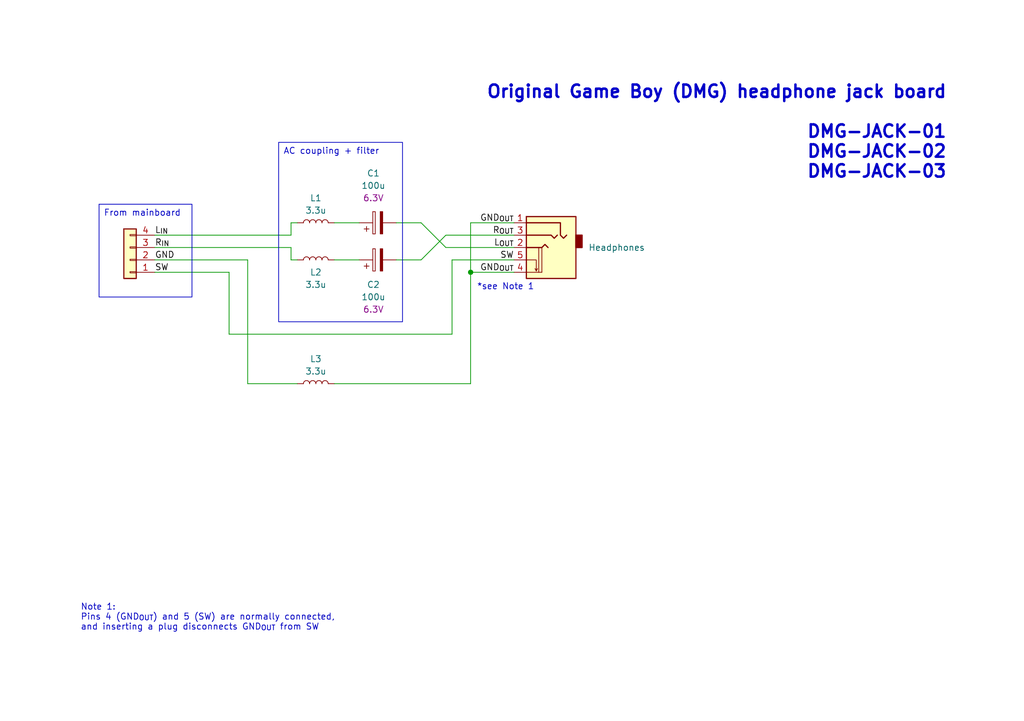
<source format=kicad_sch>
(kicad_sch (version 20230121) (generator eeschema)
  (paper "A5")
  (title_block (title "DMG-JACK") (date "2023-07-11") (rev "A") (company "https://gekkio.fi") (comment 1 "https://github.com/gekkio/gb-schematics"))
  (lib_symbols
    (symbol "Connector_Generic:Conn_01x04" (pin_names (offset 1.016) hide)
      (property "Reference" "J" (at 0 5.08 0))
      (property "Value" "Conn_01x04" (at 0 -7.62 0))
      (symbol "Conn_01x04_1_1"
        (rectangle (start -1.27 -4.953) (end 0 -5.207) (stroke (width 0.1524)))
        (rectangle (start -1.27 -2.413) (end 0 -2.667) (stroke (width 0.1524)))
        (rectangle (start -1.27 0.127) (end 0 -0.127) (stroke (width 0.1524)))
        (rectangle (start -1.27 2.667) (end 0 2.413) (stroke (width 0.1524)))
        (rectangle (start -1.27 3.81) (end 1.27 -6.35) (stroke (width 0.254)) (fill (type background)))
        (pin passive line (at -5.08 2.54 0) (length 3.81) (name "Pin_1") (number "1"))
        (pin passive line (at -5.08 0 0) (length 3.81) (name "Pin_2") (number "2"))
        (pin passive line (at -5.08 -2.54 0) (length 3.81) (name "Pin_3") (number "3"))
        (pin passive line (at -5.08 -5.08 0) (length 3.81) (name "Pin_4") (number "4"))
      )
    )
    (symbol "Device:C_Polarized" (pin_numbers hide) (pin_names (offset 0.254))
      (property "Reference" "C" (at 0.635 2.54 0))
      (property "Value" "C_Polarized" (at 0.635 -2.54 0))
      (symbol "C_Polarized_0_1"
        (rectangle (start -2.286 0.508) (end 2.286 1.016))
        (polyline (pts (xy -1.778 2.286) (xy -0.762 2.286)))
        (polyline (pts (xy -1.27 2.794) (xy -1.27 1.778)))
        (rectangle (start 2.286 -0.508) (end -2.286 -1.016) (fill (type outline)))
      )
      (symbol "C_Polarized_1_1"
        (pin passive line (at 0 3.81 270) (length 2.794) (name "~") (number "1"))
        (pin passive line (at 0 -3.81 90) (length 2.794) (name "~") (number "2"))
      )
    )
    (symbol "Device:L" (pin_numbers hide) (pin_names (offset 1.016) hide)
      (property "Reference" "L" (at -1.27 0 90))
      (property "Value" "L" (at 1.905 0 90))
      (symbol "L_0_1"
        (arc (start 0 -2.54) (mid 0.6323 -1.905) (end 0 -1.27))
        (arc (start 0 -1.27) (mid 0.6323 -0.635) (end 0 0))
        (arc (start 0 0) (mid 0.6323 0.635) (end 0 1.27))
        (arc (start 0 1.27) (mid 0.6323 1.905) (end 0 2.54))
      )
      (symbol "L_1_1"
        (pin passive line (at 0 3.81 270) (length 1.27) (name "1") (number "1"))
        (pin passive line (at 0 -3.81 90) (length 1.27) (name "2") (number "2"))
      )
    )
    (symbol "Gekkio_Connector_Specialized:GameBoy_AudioJack3_SPST"
      (property "Reference" "J" (at 0 10.16 0))
      (property "Value" "GameBoy_AudioJack3_SPST" (at 0 7.62 0))
      (symbol "GameBoy_AudioJack3_SPST_0_1"
        (rectangle (start -6.35 2.54) (end -5.08 0) (stroke (width 0.254)) (fill (type outline)))
        (rectangle (start -5.08 6.35) (end 5.08 -6.35) (stroke (width 0.254)) (fill (type background)))
        (polyline (pts (xy 1.905 -5.08) (xy 1.905 0)))
        (polyline (pts (xy 2.54 -5.08) (xy 2.54 0)))
        (polyline (pts (xy 5.08 -5.08) (xy 1.905 -5.08)))
      )
      (symbol "GameBoy_AudioJack3_SPST_1_1"
        (polyline (pts (xy 3.048 -4.826) (xy 3.302 -4.318)))
        (polyline (pts (xy 0.635 0) (xy 1.27 0.635) (xy 1.905 0) (xy 5.08 0)) (stroke (width 0.254)))
        (polyline (pts (xy 5.08 -2.54) (xy 3.048 -2.54) (xy 3.048 -4.826) (xy 2.794 -4.318)))
        (polyline (pts (xy 5.08 2.54) (xy 0 2.54) (xy -0.635 1.905) (xy -1.27 2.54)) (stroke (width 0.254)))
        (polyline (pts (xy 5.08 5.08) (xy -1.905 5.08) (xy -1.905 2.54) (xy -2.54 1.905) (xy -3.175 2.54)) (stroke (width 0.254)))
        (pin passive line (at 7.62 5.08 180) (length 2.54) (name "~") (number "1"))
        (pin passive line (at 7.62 0 180) (length 2.54) (name "~") (number "2"))
        (pin passive line (at 7.62 2.54 180) (length 2.54) (name "~") (number "3"))
        (pin passive line (at 7.62 -5.08 180) (length 2.54) (name "~") (number "4"))
        (pin passive line (at 7.62 -2.54 180) (length 2.54) (name "~") (number "5"))
      )
    )
  )
  (junction (at 96.52 55.88))
  (wire (pts (xy 59.69 53.34) (xy 60.96 53.34)))
  (wire (pts (xy 31.75 48.26) (xy 59.69 48.26)))
  (wire (pts (xy 86.36 53.34) (xy 91.44 48.26)))
  (wire (pts (xy 31.75 53.34) (xy 50.8 53.34)))
  (wire (pts (xy 59.69 45.72) (xy 60.96 45.72)))
  (wire (pts (xy 68.58 45.72) (xy 73.66 45.72)))
  (wire (pts (xy 96.52 78.74) (xy 96.52 55.88)))
  (wire (pts (xy 96.52 45.72) (xy 105.41 45.72)))
  (wire (pts (xy 86.36 45.72) (xy 91.44 50.8)))
  (wire (pts (xy 92.71 53.34) (xy 92.71 68.58)))
  (wire (pts (xy 81.28 45.72) (xy 86.36 45.72)))
  (wire (pts (xy 86.36 53.34) (xy 81.28 53.34)))
  (wire (pts (xy 59.69 48.26) (xy 59.69 45.72)))
  (wire (pts (xy 91.44 50.8) (xy 105.41 50.8)))
  (wire (pts (xy 96.52 55.88) (xy 105.41 55.88)))
  (wire (pts (xy 46.99 68.58) (xy 46.99 55.88)))
  (wire (pts (xy 50.8 53.34) (xy 50.8 78.74)))
  (wire (pts (xy 46.99 55.88) (xy 31.75 55.88)))
  (wire (pts (xy 68.58 78.74) (xy 96.52 78.74)))
  (wire (pts (xy 59.69 50.8) (xy 59.69 53.34)))
  (wire (pts (xy 68.58 53.34) (xy 73.66 53.34)))
  (wire (pts (xy 92.71 68.58) (xy 46.99 68.58)))
  (wire (pts (xy 96.52 55.88) (xy 96.52 45.72)))
  (wire (pts (xy 105.41 48.26) (xy 91.44 48.26)))
  (wire (pts (xy 50.8 78.74) (xy 60.96 78.74)))
  (wire (pts (xy 105.41 53.34) (xy 92.71 53.34)))
  (wire (pts (xy 31.75 50.8) (xy 59.69 50.8)))
  (text_box "From mainboard" (at 20.32 41.91 0) (size 19.05 19.05) (effects (font (size 1.27 1.27)) (justify left top)))
  (text_box "AC coupling + filter" (at 57.15 29.21 0) (size 25.4 36.83) (effects (font (size 1.27 1.27)) (justify left top)))
  (text "*see Note 1" (at 97.79 59.69 0) (effects (font (size 1.27 1.27)) (justify left bottom)))
  (text "Note 1:\nPins 4 (GND_{OUT}) and 5 (SW) are normally connected,\nand inserting a plug disconnects GND_{OUT} from SW" (at 16.51 129.54 0) (effects (font (size 1.27 1.27)) (justify left bottom)))
  (text "Original Game Boy (DMG) headphone jack board\n\nDMG-JACK-01\nDMG-JACK-02\nDMG-JACK-03" (at 194.31 36.83 0) (effects (font (size 2.54 2.54) (thickness 0.508) bold) (justify right bottom)))
  (label "SW" (at 105.41 53.34 180))
  (label "GND_{OUT}" (at 105.41 55.88 180))
  (label "GND_{OUT}" (at 105.41 45.72 180))
  (label "GND" (at 31.75 53.34 0))
  (label "L_{OUT}" (at 105.41 50.8 180))
  (label "L_{IN}" (at 31.75 48.26 0))
  (label "R_{IN}" (at 31.75 50.8 0))
  (label "SW" (at 31.75 55.88 0))
  (label "R_{OUT}" (at 105.41 48.26 180))
  (symbol (lib_id "Device:C_Polarized") (at 77.47 53.34 90) (unit 1)
    (property "Reference" "C2" (at 76.581 58.42 90))
    (property "Value" "100u" (at 76.581 60.96 90))
    (property "Rating" "6.3V" (at 76.581 63.5 90))
  )
  (symbol (lib_id "Connector_Generic:Conn_01x04") (at 26.67 53.34 180) (unit 1)
    (property "Reference" "J1" (effects hide))
    (property "Value" "Conn_01x04" (effects hide))
  )
  (symbol (lib_id "Device:L") (at 64.77 53.34 90) (unit 1)
    (property "Reference" "L2" (at 64.77 55.88 90))
    (property "Value" "3.3u" (at 64.77 58.42 90))
  )
  (symbol (lib_id "Device:L") (at 64.77 78.74 90) (unit 1)
    (property "Reference" "L3" (at 64.77 73.66 90))
    (property "Value" "3.3u" (at 64.77 76.2 90))
  )
  (symbol (lib_id "Device:C_Polarized") (at 77.47 45.72 90) (unit 1)
    (property "Reference" "C1" (at 76.581 35.56 90))
    (property "Value" "100u" (at 76.581 38.1 90))
    (property "Rating" "6.3V" (at 76.581 40.64 90))
  )
  (symbol (lib_id "Device:L") (at 64.77 45.72 90) (unit 1)
    (property "Reference" "L1" (at 64.77 40.64 90))
    (property "Value" "3.3u" (at 64.77 43.18 90))
  )
  (symbol (lib_id "Gekkio_Connector_Specialized:GameBoy_AudioJack3_SPST") (at 113.03 50.8 0) (mirror y) (unit 1)
    (property "Reference" "J2" (effects hide))
    (property "Value" "Headphones" (at 120.65 50.8 0) (effects (justify right)))
  )
)
</source>
